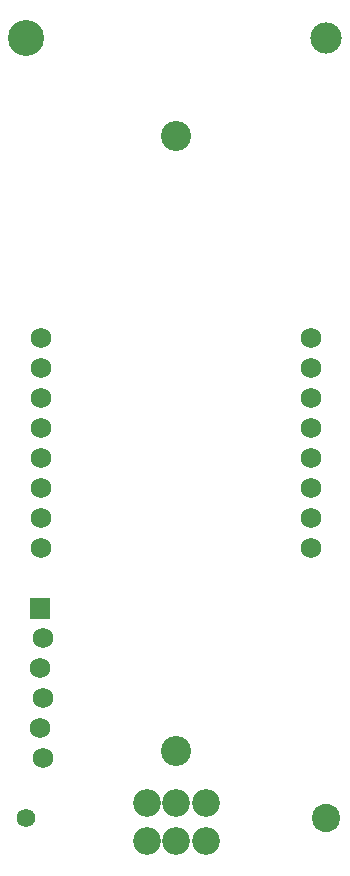
<source format=gbr>
G04 start of page 8 for group -4062 idx -4062 *
G04 Title: (unknown), soldermask *
G04 Creator: pcb 1.99z *
G04 CreationDate: Wed Nov 29 11:54:27 2017 UTC *
G04 For: matt *
G04 Format: Gerber/RS-274X *
G04 PCB-Dimensions (mm): 60.96 109.22 *
G04 PCB-Coordinate-Origin: lower left *
%MOMM*%
%FSLAX43Y43*%
%LNBOTTOMMASK*%
%ADD64C,2.393*%
%ADD63C,2.647*%
%ADD62C,3.054*%
%ADD61C,1.580*%
%ADD60C,1.752*%
%ADD59C,0.002*%
%ADD58C,2.552*%
%ADD57C,2.352*%
G54D57*X27980Y19660D03*
X30480D03*
X32980D03*
Y22860D03*
X30480D03*
X27980D03*
G54D58*X30480Y27340D03*
G54D59*G36*
X18047Y40246D02*Y38494D01*
X19799D01*
Y40246D01*
X18047D01*
G37*
G54D60*X19177Y36830D03*
X18923Y34290D03*
X19177Y31750D03*
X18923Y29210D03*
X19177Y26670D03*
G54D61*X17780Y21590D03*
G54D58*X30480Y79340D03*
G54D60*X19050Y62230D03*
Y59690D03*
Y57150D03*
Y54610D03*
Y52070D03*
Y49530D03*
Y46990D03*
Y44450D03*
G54D62*X17780Y87630D03*
G54D60*X41910Y44450D03*
Y46990D03*
Y49530D03*
Y52070D03*
Y54610D03*
Y57150D03*
Y59690D03*
Y62230D03*
G54D63*X43180Y87630D03*
G54D64*Y21590D03*
M02*

</source>
